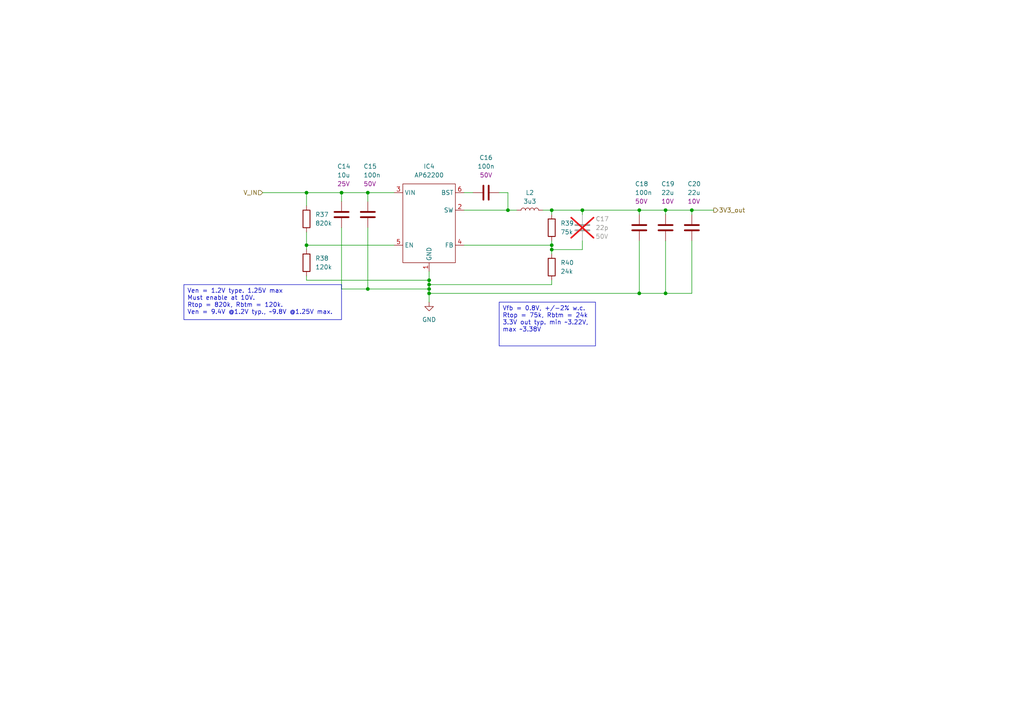
<source format=kicad_sch>
(kicad_sch (version 20250114) (generator "eeschema") (generator_version "9.0")
  (paper "A4")
  (title_block (title "5 to 3V3 stage") (date "2025-07-19") (rev "1.4") (comment 1 "https://github.com/martinroger/VXDash") (comment 2 "https://cadlab.io/projects/vxdash"))
  (lib_symbols
    (symbol "VXDash_passives:Cap_MLCC" (pin_numbers (hide yes)) (pin_names (offset 0.254))
      (property "Reference" "C" (at 2.54 2.54 0))
      (property "Value" "Cap_MLCC" (at 2.54 0 0))
      (property "Voltage" "50V" (at 2.54 -2.54 0))
      (symbol "Cap_MLCC_0_1"
        (polyline (pts (xy -2.032 0.762) (xy 2.032 0.762)) (stroke (width 0.508)))
        (polyline (pts (xy -2.032 -0.762) (xy 2.032 -0.762)) (stroke (width 0.508)))
      )
      (symbol "Cap_MLCC_1_1"
        (pin passive line (at 0 3.81 270) (length 2.794) (name "~") (number "1"))
        (pin passive line (at 0 -3.81 90) (length 2.794) (name "~") (number "2"))
      )
    )
    (symbol "VXDash_passives:Ind" (pin_numbers (hide yes)) (pin_names (offset 1.016) (hide yes))
      (property "Reference" "L" (at -2.54 5.08 0))
      (property "Value" "Ind" (at -2.54 2.54 0))
      (symbol "Ind_0_1"
        (arc (start -2.54 0) (mid -1.905 0.6323) (end -1.27 0))
        (arc (start -1.27 0) (mid -0.635 0.6323) (end 0 0))
        (arc (start 0 0) (mid 0.635 0.6323) (end 1.27 0))
        (arc (start 1.27 0) (mid 1.905 0.6323) (end 2.54 0))
      )
      (symbol "Ind_1_1"
        (pin passive line (at -3.81 0 0) (length 1.27) (name "1") (number "1"))
        (pin passive line (at 3.81 0 180) (length 1.27) (name "2") (number "2"))
      )
    )
    (symbol "VXDash_passives:Res" (pin_numbers (hide yes)) (pin_names (offset 0))
      (property "Reference" "R" (at 1.27 1.27 0))
      (property "Value" "Res" (at 1.27 -1.27 0))
      (symbol "Res_0_1"
        (rectangle (start -1.016 -2.54) (end 1.016 2.54) (stroke (width 0.254)))
      )
      (symbol "Res_1_1"
        (pin passive line (at 0 3.81 270) (length 1.27) (name "~") (number "1"))
        (pin passive line (at 0 -3.81 90) (length 1.27) (name "~") (number "2"))
      )
    )
    (symbol "VXDash_regulators:AP62200"
      (property "Reference" "IC" (at 0 3.81 0))
      (property "Value" "AP62200" (at 0 1.27 0))
      (symbol "AP62200_0_0"
        (pin power_in line (at -10.16 -2.54 0) (length 2.54) (name "VIN") (number "3"))
        (pin input line (at -10.16 -17.78 0) (length 2.54) (name "EN") (number "5"))
        (pin power_in line (at 0 -25.4 90) (length 2.54) (name "GND") (number "1"))
        (pin input line (at 10.16 -2.54 180) (length 2.54) (name "BST") (number "6"))
        (pin output line (at 10.16 -7.62 180) (length 2.54) (name "SW") (number "2"))
        (pin input line (at 10.16 -17.78 180) (length 2.54) (name "FB") (number "4"))
      )
      (symbol "AP62200_0_1"
        (rectangle (start -7.62 0) (end 7.62 -22.86))
      )
    )
    (symbol "power:GND" (power) (pin_numbers (hide yes)) (pin_names (offset 0) (hide yes))
      (property "Value" "GND" (at 0 -3.81 0))
      (symbol "GND_0_1"
        (polyline (pts (xy 0 0) (xy 0 -1.27) (xy 1.27 -1.27) (xy 0 -2.54) (xy -1.27 -1.27) (xy 0 -1.27)))
      )
      (symbol "GND_1_1"
        (pin power_in line (at 0 0 270) (length 0) (name "~") (number "1"))
      )
    )
  )
  (text_box "Ven = 1.2V type. 1.25V max\nMust enable at 10V.\nRtop = 820k, Rbtm = 120k.\nVen = 9.4V @1.2V typ., ~9.8V @1.25V max." (at 53.34 82.55 0) (size 45.72 10.16) (margins 0.9525 0.9525 0.9525 0.9525) (effects (font (size 1.27 1.27)) (justify left top)))
  (text_box "Vfb = 0.8V, +/-2% w.c.\nRtop = 75k, Rbtm = 24k\n3.3V out typ. min ~3.22V, max ~3.38V" (at 144.78 87.63 0) (size 27.94 12.7) (margins 0.9525 0.9525 0.9525 0.9525) (effects (font (size 1.27 1.27)) (justify left top)))
  (junction (at 124.46 81.28))
  (junction (at 193.04 60.96))
  (junction (at 185.42 60.96))
  (junction (at 168.91 60.96))
  (junction (at 124.46 82.55))
  (junction (at 124.46 85.09))
  (junction (at 160.02 71.12))
  (junction (at 106.68 83.82))
  (junction (at 160.02 72.39))
  (junction (at 160.02 60.96))
  (junction (at 99.06 55.88))
  (junction (at 200.66 60.96))
  (junction (at 185.42 85.09))
  (junction (at 106.68 55.88))
  (junction (at 147.32 60.96))
  (junction (at 193.04 85.09))
  (junction (at 88.9 55.88))
  (junction (at 88.9 71.12))
  (junction (at 124.46 83.82))
  (wire (pts (xy 124.46 83.82) (xy 124.46 85.09)))
  (wire (pts (xy 88.9 80.01) (xy 88.9 81.28)))
  (wire (pts (xy 160.02 71.12) (xy 160.02 72.39)))
  (wire (pts (xy 168.91 62.23) (xy 168.91 60.96)))
  (wire (pts (xy 99.06 66.04) (xy 99.06 83.82)))
  (wire (pts (xy 185.42 85.09) (xy 124.46 85.09)))
  (wire (pts (xy 160.02 72.39) (xy 160.02 73.66)))
  (wire (pts (xy 185.42 60.96) (xy 185.42 62.23)))
  (wire (pts (xy 124.46 78.74) (xy 124.46 81.28)))
  (wire (pts (xy 160.02 82.55) (xy 124.46 82.55)))
  (wire (pts (xy 106.68 83.82) (xy 124.46 83.82)))
  (wire (pts (xy 193.04 85.09) (xy 185.42 85.09)))
  (wire (pts (xy 99.06 83.82) (xy 106.68 83.82)))
  (wire (pts (xy 160.02 60.96) (xy 168.91 60.96)))
  (wire (pts (xy 160.02 60.96) (xy 160.02 62.23)))
  (wire (pts (xy 147.32 55.88) (xy 144.78 55.88)))
  (wire (pts (xy 160.02 71.12) (xy 134.62 71.12)))
  (wire (pts (xy 168.91 60.96) (xy 185.42 60.96)))
  (wire (pts (xy 88.9 55.88) (xy 88.9 59.69)))
  (wire (pts (xy 147.32 60.96) (xy 149.86 60.96)))
  (wire (pts (xy 106.68 55.88) (xy 106.68 58.42)))
  (wire (pts (xy 88.9 71.12) (xy 88.9 72.39)))
  (wire (pts (xy 160.02 69.85) (xy 160.02 71.12)))
  (wire (pts (xy 185.42 69.85) (xy 185.42 85.09)))
  (wire (pts (xy 88.9 55.88) (xy 99.06 55.88)))
  (wire (pts (xy 200.66 69.85) (xy 200.66 85.09)))
  (wire (pts (xy 76.2 55.88) (xy 88.9 55.88)))
  (wire (pts (xy 88.9 71.12) (xy 114.3 71.12)))
  (wire (pts (xy 185.42 60.96) (xy 193.04 60.96)))
  (wire (pts (xy 168.91 72.39) (xy 168.91 69.85)))
  (wire (pts (xy 124.46 81.28) (xy 124.46 82.55)))
  (wire (pts (xy 193.04 69.85) (xy 193.04 85.09)))
  (wire (pts (xy 200.66 60.96) (xy 200.66 62.23)))
  (wire (pts (xy 124.46 82.55) (xy 124.46 83.82)))
  (wire (pts (xy 200.66 60.96) (xy 207.01 60.96)))
  (wire (pts (xy 160.02 72.39) (xy 168.91 72.39)))
  (wire (pts (xy 193.04 60.96) (xy 200.66 60.96)))
  (wire (pts (xy 88.9 67.31) (xy 88.9 71.12)))
  (wire (pts (xy 106.68 66.04) (xy 106.68 83.82)))
  (wire (pts (xy 147.32 60.96) (xy 147.32 55.88)))
  (wire (pts (xy 99.06 55.88) (xy 106.68 55.88)))
  (wire (pts (xy 99.06 55.88) (xy 99.06 58.42)))
  (wire (pts (xy 106.68 55.88) (xy 114.3 55.88)))
  (wire (pts (xy 134.62 60.96) (xy 147.32 60.96)))
  (wire (pts (xy 157.48 60.96) (xy 160.02 60.96)))
  (wire (pts (xy 200.66 85.09) (xy 193.04 85.09)))
  (wire (pts (xy 124.46 85.09) (xy 124.46 87.63)))
  (wire (pts (xy 160.02 81.28) (xy 160.02 82.55)))
  (wire (pts (xy 193.04 60.96) (xy 193.04 62.23)))
  (wire (pts (xy 88.9 81.28) (xy 124.46 81.28)))
  (wire (pts (xy 134.62 55.88) (xy 137.16 55.88)))
  (hierarchical_label "3V3_out" (shape output) (at 207.01 60.96 0))
  (hierarchical_label "V_IN" (shape input) (at 76.2 55.88 180))
  (symbol (lib_id "power:GND") (at 124.46 87.63 0) (unit 1)
    (property "Reference" "#PWR033" (effects (hide yes)))
    (property "Value" "GND" (at 124.46 92.71 0))
    (property "Description" "Power symbol creates a global label with name \"GND\" , ground" (effects (hide yes)))
  )
  (symbol (lib_id "VXDash_regulators:AP62200") (at 124.46 53.34 0) (unit 1)
    (property "Reference" "IC4" (at 124.46 48.26 0))
    (property "Value" "AP62200" (at 124.46 50.8 0))
    (property "Footprint" "Package_TO_SOT_SMD:TSOT-23-6_HandSoldering" (effects (hide yes)))
    (property "Datasheet" "https://www.diodes.com/assets/Datasheets/AP62200_AP62201_AP62200T.pdf" (effects (hide yes)))
    (property "Description" "4.2V to 18V input, 2A low Iq Sync" (effects (hide yes)))
    (property "MFT" "Diodes Inc" (effects (hide yes)))
    (property "MFT_PN" "AP62200WU-7" (effects (hide yes)))
  )
  (symbol (lib_id "VXDash_passives:Cap_MLCC") (at 168.91 66.04 0) (unit 1) (dnp yes)
    (property "Reference" "C17" (at 172.72 63.4999 0) (effects (justify left)))
    (property "Value" "22p" (at 172.72 66.0399 0) (effects (justify left)))
    (property "Footprint" "Capacitor_SMD:C_0402_1005Metric_Pad0.74x0.62mm_HandSolder" (effects (hide yes)))
    (property "Voltage" "50V" (at 172.72 68.5799 0) (effects (justify left)))
    (property "Tol" "10%" (effects (hide yes)))
    (property "Dielectric" "C0G/NP0" (effects (hide yes)))
  )
  (symbol (lib_id "VXDash_passives:Res") (at 160.02 77.47 0) (unit 1)
    (property "Reference" "R40" (at 162.56 76.1999 0) (effects (justify left)))
    (property "Value" "24k" (at 162.56 78.7399 0) (effects (justify left)))
    (property "Footprint" "Resistor_SMD:R_0603_1608Metric_Pad0.98x0.95mm_HandSolder" (effects (hide yes)))
    (property "Tol" "1%" (effects (hide yes)))
    (property "Power" "100mW" (effects (hide yes)))
  )
  (symbol (lib_id "VXDash_passives:Cap_MLCC") (at 99.06 62.23 0) (mirror x) (unit 1)
    (property "Reference" "C14" (at 97.79 48.26 0) (effects (justify left)))
    (property "Value" "10u" (at 97.79 50.8 0) (effects (justify left)))
    (property "Footprint" "Capacitor_SMD:C_1206_3216Metric_Pad1.33x1.80mm_HandSolder" (effects (hide yes)))
    (property "Dielectric" "X7R" (effects (hide yes)))
    (property "Tol" "10%" (effects (hide yes)))
    (property "Voltage" "25V" (at 97.79 53.34 0) (effects (justify left)))
  )
  (symbol (lib_id "VXDash_passives:Res") (at 160.02 66.04 0) (unit 1)
    (property "Reference" "R39" (at 162.56 64.7699 0) (effects (justify left)))
    (property "Value" "75k" (at 162.56 67.3099 0) (effects (justify left)))
    (property "Footprint" "Resistor_SMD:R_0603_1608Metric_Pad0.98x0.95mm_HandSolder" (effects (hide yes)))
    (property "Tol" "1%" (effects (hide yes)))
    (property "Power" "100mW" (effects (hide yes)))
  )
  (symbol (lib_id "VXDash_passives:Res") (at 88.9 63.5 0) (unit 1)
    (property "Reference" "R37" (at 91.44 62.2299 0) (effects (justify left)))
    (property "Value" "820k" (at 91.44 64.7699 0) (effects (justify left)))
    (property "Footprint" "Resistor_SMD:R_0603_1608Metric_Pad0.98x0.95mm_HandSolder" (effects (hide yes)))
    (property "Tol" "1%" (effects (hide yes)))
    (property "Power" "100mW" (effects (hide yes)))
  )
  (symbol (lib_id "VXDash_passives:Cap_MLCC") (at 200.66 66.04 0) (unit 1)
    (property "Reference" "C20" (at 199.39 53.34 0) (effects (justify left)))
    (property "Value" "22u" (at 199.39 55.88 0) (effects (justify left)))
    (property "Footprint" "Capacitor_SMD:C_1206_3216Metric_Pad1.33x1.80mm_HandSolder" (effects (hide yes)))
    (property "Voltage" "10V" (at 199.39 58.42 0) (effects (justify left)))
    (property "Tol" "20%" (effects (hide yes)))
    (property "Dielectric" "X7R" (effects (hide yes)))
  )
  (symbol (lib_id "VXDash_passives:Cap_MLCC") (at 193.04 66.04 0) (unit 1)
    (property "Reference" "C19" (at 191.77 53.34 0) (effects (justify left)))
    (property "Value" "22u" (at 191.77 55.88 0) (effects (justify left)))
    (property "Footprint" "Capacitor_SMD:C_1206_3216Metric_Pad1.33x1.80mm_HandSolder" (effects (hide yes)))
    (property "Voltage" "10V" (at 191.77 58.42 0) (effects (justify left)))
    (property "Tol" "20%" (effects (hide yes)))
    (property "Dielectric" "X7R" (effects (hide yes)))
  )
  (symbol (lib_id "VXDash_passives:Ind") (at 153.67 60.96 0) (unit 1)
    (property "Reference" "L2" (at 153.67 55.88 0))
    (property "Value" "3u3" (at 153.67 58.42 0))
    (property "Footprint" "Inductor_SMD:L_Taiyo-Yuden_NR-50xx_HandSoldering" (effects (hide yes)))
    (property "Datasheet" "https://www.mouser.co.uk/datasheet/2/396/wound04_e-1290968.pdf" (effects (hide yes)))
    (property "MFT" "Taiyo Yuden" (effects (hide yes)))
    (property "MFT_PN" "NRS5030T3R3MMGJ" (effects (hide yes)))
    (property "Irated" "3A" (effects (hide yes)))
    (property "Isat" "3.6A" (effects (hide yes)))
    (property "DCR" "30mOhm" (effects (hide yes)))
    (property "Tol" "20%" (effects (hide yes)))
  )
  (symbol (lib_id "VXDash_passives:Res") (at 88.9 76.2 0) (unit 1)
    (property "Reference" "R38" (at 91.44 74.9299 0) (effects (justify left)))
    (property "Value" "120k" (at 91.44 77.4699 0) (effects (justify left)))
    (property "Footprint" "Resistor_SMD:R_0603_1608Metric_Pad0.98x0.95mm_HandSolder" (effects (hide yes)))
    (property "Tol" "1%" (effects (hide yes)))
    (property "Power" "100mW" (effects (hide yes)))
  )
  (symbol (lib_id "VXDash_passives:Cap_MLCC") (at 106.68 62.23 0) (mirror x) (unit 1)
    (property "Reference" "C15" (at 105.41 48.26 0) (effects (justify left)))
    (property "Value" "100n" (at 105.41 50.8 0) (effects (justify left)))
    (property "Dielectric" "X7R" (effects (hide yes)))
    (property "Tol" "10%" (effects (hide yes)))
    (property "Voltage" "50V" (at 105.41 53.34 0) (effects (justify left)))
  )
  (symbol (lib_id "VXDash_passives:Cap_MLCC") (at 140.97 55.88 270) (mirror x) (unit 1)
    (property "Reference" "C16" (at 140.97 45.72 90))
    (property "Value" "100n" (at 140.97 48.26 90))
    (property "Dielectric" "X7R" (effects (hide yes)))
    (property "Tol" "10%" (effects (hide yes)))
    (property "Voltage" "50V" (at 140.97 50.8 90))
  )
  (symbol (lib_id "VXDash_passives:Cap_MLCC") (at 185.42 66.04 0) (mirror x) (unit 1)
    (property "Reference" "C18" (at 184.15 53.34 0) (effects (justify left)))
    (property "Value" "100n" (at 184.15 55.88 0) (effects (justify left)))
    (property "Dielectric" "X7R" (effects (hide yes)))
    (property "Tol" "10%" (effects (hide yes)))
    (property "Voltage" "50V" (at 184.15 58.42 0) (effects (justify left)))
  )
)
</source>
